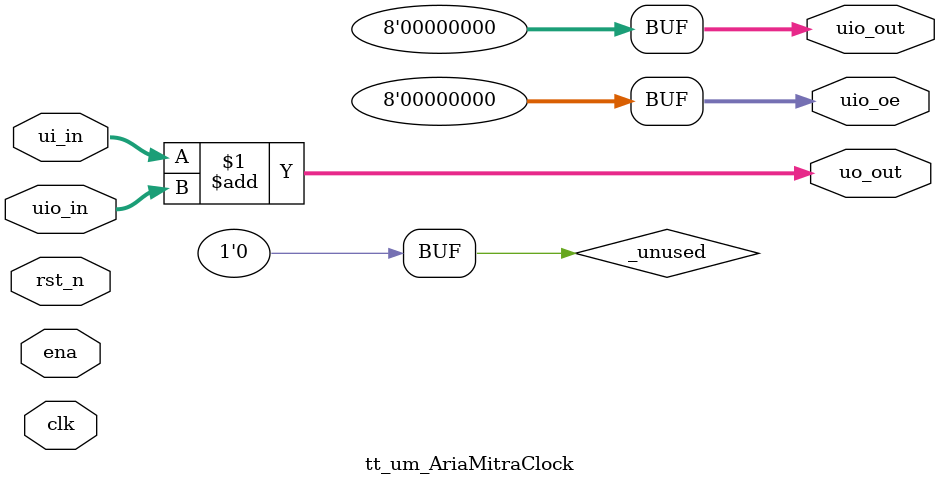
<source format=v>
/*
 * Copyright (c) 2024 Your Name
 * SPDX-License-Identifier: Apache-2.0
 */

`default_nettype none

module tt_um_AriaMitraClock (
    input  wire [7:0] ui_in,    // Dedicated inputs
    output wire [7:0] uo_out,   // Dedicated outputs
    input  wire [7:0] uio_in,   // IOs: Input path
    output wire [7:0] uio_out,  // IOs: Output path
    output wire [7:0] uio_oe,   // IOs: Enable path (active high: 0=input, 1=output)
    input  wire       ena,      // always 1 when the design is powered, so you can ignore it
    input  wire       clk,      // clock
    input  wire       rst_n     // reset_n - low to reset
);

  // All output pins must be assigned. If not used, assign to 0.
  assign uo_out  = ui_in + uio_in;  // Example: ou_out is the sum of ui_in and uio_in
  assign uio_out = 0;
  assign uio_oe  = 0;

  // List all unused inputs to prevent warnings
  wire _unused = &{ena, clk, rst_n, 1'b0};

endmodule

</source>
